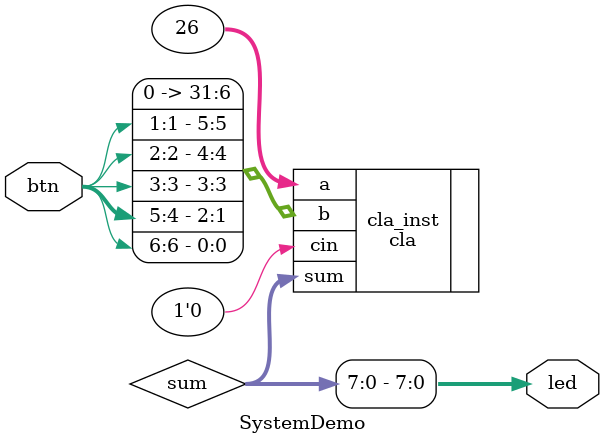
<source format=sv>
`include "cla.sv"
module SystemDemo(input wire [6:0] btn,
                 output wire [7:0] led);
   wire [31:0] sum;
   cla cla_inst(.a(32'd26), .b({26'b0, btn[1], btn[2], btn[3], btn[5], btn[4], btn[6]}), .cin(1'b0), .sum(sum));
   assign led = sum[7:0];
endmodule
</source>
